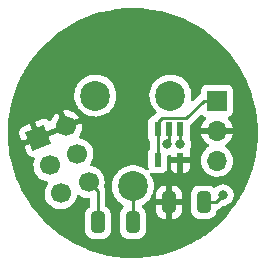
<source format=gbr>
%TF.GenerationSoftware,KiCad,Pcbnew,(6.0.8-1)-1*%
%TF.CreationDate,2024-01-05T14:00:27-06:00*%
%TF.ProjectId,Vishay 357 Pot Amplifier,56697368-6179-4203-9335-3720506f7420,rev?*%
%TF.SameCoordinates,Original*%
%TF.FileFunction,Copper,L1,Top*%
%TF.FilePolarity,Positive*%
%FSLAX46Y46*%
G04 Gerber Fmt 4.6, Leading zero omitted, Abs format (unit mm)*
G04 Created by KiCad (PCBNEW (6.0.8-1)-1) date 2024-01-05 14:00:27*
%MOMM*%
%LPD*%
G01*
G04 APERTURE LIST*
G04 Aperture macros list*
%AMRoundRect*
0 Rectangle with rounded corners*
0 $1 Rounding radius*
0 $2 $3 $4 $5 $6 $7 $8 $9 X,Y pos of 4 corners*
0 Add a 4 corners polygon primitive as box body*
4,1,4,$2,$3,$4,$5,$6,$7,$8,$9,$2,$3,0*
0 Add four circle primitives for the rounded corners*
1,1,$1+$1,$2,$3*
1,1,$1+$1,$4,$5*
1,1,$1+$1,$6,$7*
1,1,$1+$1,$8,$9*
0 Add four rect primitives between the rounded corners*
20,1,$1+$1,$2,$3,$4,$5,0*
20,1,$1+$1,$4,$5,$6,$7,0*
20,1,$1+$1,$6,$7,$8,$9,0*
20,1,$1+$1,$8,$9,$2,$3,0*%
%AMHorizOval*
0 Thick line with rounded ends*
0 $1 width*
0 $2 $3 position (X,Y) of the first rounded end (center of the circle)*
0 $4 $5 position (X,Y) of the second rounded end (center of the circle)*
0 Add line between two ends*
20,1,$1,$2,$3,$4,$5,0*
0 Add two circle primitives to create the rounded ends*
1,1,$1,$2,$3*
1,1,$1,$4,$5*%
%AMRotRect*
0 Rectangle, with rotation*
0 The origin of the aperture is its center*
0 $1 length*
0 $2 width*
0 $3 Rotation angle, in degrees counterclockwise*
0 Add horizontal line*
21,1,$1,$2,0,0,$3*%
G04 Aperture macros list end*
%TA.AperFunction,SMDPad,CuDef*%
%ADD10R,0.600000X1.200000*%
%TD*%
%TA.AperFunction,ComponentPad*%
%ADD11R,1.700000X1.700000*%
%TD*%
%TA.AperFunction,ComponentPad*%
%ADD12O,1.700000X1.700000*%
%TD*%
%TA.AperFunction,SMDPad,CuDef*%
%ADD13RoundRect,0.250000X-0.325000X-0.650000X0.325000X-0.650000X0.325000X0.650000X-0.325000X0.650000X0*%
%TD*%
%TA.AperFunction,SMDPad,CuDef*%
%ADD14RoundRect,0.250000X0.325000X0.650000X-0.325000X0.650000X-0.325000X-0.650000X0.325000X-0.650000X0*%
%TD*%
%TA.AperFunction,ComponentPad*%
%ADD15RotRect,1.700000X1.700000X22.000000*%
%TD*%
%TA.AperFunction,ComponentPad*%
%ADD16HorizOval,1.700000X0.000000X0.000000X0.000000X0.000000X0*%
%TD*%
%TA.AperFunction,ComponentPad*%
%ADD17C,2.533000*%
%TD*%
%TA.AperFunction,ViaPad*%
%ADD18C,0.800000*%
%TD*%
%TA.AperFunction,Conductor*%
%ADD19C,0.250000*%
%TD*%
G04 APERTURE END LIST*
D10*
%TO.P,U1,1,IN+*%
%TO.N,Net-(C1-Pad1)*%
X147000000Y-102814600D03*
%TO.P,U1,2,V-*%
%TO.N,GND*%
X146050000Y-102814600D03*
%TO.P,U1,3,IN-*%
%TO.N,Net-(J2-Pad1)*%
X145100000Y-102814600D03*
%TO.P,U1,4,OUT*%
X145100000Y-105414600D03*
%TO.P,U1,5,V+*%
%TO.N,VDD*%
X147000000Y-105414600D03*
%TD*%
D11*
%TO.P,J2,1,Pin_1*%
%TO.N,Net-(J2-Pad1)*%
X150088600Y-100406200D03*
D12*
%TO.P,J2,2,Pin_2*%
%TO.N,VDD*%
X150088600Y-102946200D03*
%TO.P,J2,3,Pin_3*%
%TO.N,GND*%
X150088600Y-105486200D03*
%TD*%
D13*
%TO.P,C2,1*%
%TO.N,VDD*%
X146025000Y-109000000D03*
%TO.P,C2,2*%
%TO.N,GND*%
X148975000Y-109000000D03*
%TD*%
D14*
%TO.P,C1,1*%
%TO.N,Net-(C1-Pad1)*%
X142975000Y-110700000D03*
%TO.P,C1,2*%
%TO.N,GND*%
X140025000Y-110700000D03*
%TD*%
D15*
%TO.P,J1,1,Pin_1*%
%TO.N,VDD*%
X134971959Y-103536485D03*
D16*
%TO.P,J1,2,Pin_2*%
X137327006Y-102584984D03*
%TO.P,J1,3,Pin_3*%
%TO.N,Net-(RV1-Pad3)*%
X135923460Y-105891532D03*
%TO.P,J1,4,Pin_4*%
%TO.N,Net-(J1-Pad4)*%
X138278507Y-104940031D03*
%TO.P,J1,5,Pin_5*%
%TO.N,GND*%
X136874960Y-108246579D03*
%TO.P,J1,6,Pin_6*%
X139230007Y-107295078D03*
%TD*%
D17*
%TO.P,RV1,1,1*%
%TO.N,Net-(J1-Pad4)*%
X146158600Y-99967400D03*
%TO.P,RV1,2,2*%
%TO.N,Net-(C1-Pad1)*%
X142976600Y-107649400D03*
%TO.P,RV1,3,3*%
%TO.N,Net-(RV1-Pad3)*%
X139794600Y-99967400D03*
%TD*%
D18*
%TO.N,Net-(C1-Pad1)*%
X147000000Y-104100000D03*
%TO.N,GND*%
X145824500Y-104100000D03*
X150600000Y-108400000D03*
%TD*%
D19*
%TO.N,Net-(C1-Pad1)*%
X147000000Y-102814600D02*
X147000000Y-104100000D01*
X142976600Y-110698400D02*
X142976600Y-107649400D01*
X142975000Y-110700000D02*
X142976600Y-110698400D01*
%TO.N,GND*%
X146050000Y-102814600D02*
X146050000Y-103874500D01*
X150000000Y-109000000D02*
X150600000Y-108400000D01*
X140000000Y-108065071D02*
X140000000Y-110675000D01*
X140000000Y-110675000D02*
X140025000Y-110700000D01*
X148975000Y-109000000D02*
X150000000Y-109000000D01*
X146050000Y-103874500D02*
X145824500Y-104100000D01*
X139230007Y-107295078D02*
X140000000Y-108065071D01*
%TO.N,Net-(J2-Pad1)*%
X145410400Y-101889600D02*
X147489600Y-101889600D01*
X147489600Y-101889600D02*
X147500000Y-101900000D01*
X145100000Y-102814600D02*
X145100000Y-105414600D01*
X147500000Y-101900000D02*
X148993800Y-100406200D01*
X145100000Y-102814600D02*
X145100000Y-102200000D01*
X150088600Y-100406200D02*
X148993800Y-100406200D01*
X145100000Y-102200000D02*
X145410400Y-101889600D01*
%TD*%
%TA.AperFunction,Conductor*%
%TO.N,VDD*%
G36*
X143434749Y-92567931D02*
G01*
X143442408Y-92568264D01*
X143761154Y-92591951D01*
X144079885Y-92615637D01*
X144087538Y-92616442D01*
X144720886Y-92702637D01*
X144728476Y-92703907D01*
X145186345Y-92794982D01*
X145355393Y-92828608D01*
X145362884Y-92830337D01*
X145671959Y-92911710D01*
X145981030Y-92993082D01*
X145988409Y-92995268D01*
X146595452Y-93195441D01*
X146602683Y-93198073D01*
X147196376Y-93434932D01*
X147203434Y-93438001D01*
X147781548Y-93710657D01*
X147788405Y-93714150D01*
X148348826Y-94021608D01*
X148355456Y-94025514D01*
X148896043Y-94366599D01*
X148902423Y-94370903D01*
X149421169Y-94744346D01*
X149427275Y-94749031D01*
X149922260Y-95153451D01*
X149928068Y-95158499D01*
X150397453Y-95592395D01*
X150402942Y-95597789D01*
X150844960Y-96059526D01*
X150850109Y-96065245D01*
X151263106Y-96553097D01*
X151267897Y-96559120D01*
X151650347Y-97071282D01*
X151654758Y-97077581D01*
X151853593Y-97380856D01*
X152005229Y-97612139D01*
X152009250Y-97618701D01*
X152326428Y-98173649D01*
X152330039Y-98180439D01*
X152612763Y-98753746D01*
X152615939Y-98760717D01*
X152843048Y-99302309D01*
X152863129Y-99350197D01*
X152865884Y-99357375D01*
X153061018Y-99916152D01*
X153076624Y-99960841D01*
X153078937Y-99968178D01*
X153228213Y-100497467D01*
X153252442Y-100583378D01*
X153254303Y-100590840D01*
X153373202Y-101138456D01*
X153389925Y-101215479D01*
X153391327Y-101223039D01*
X153488033Y-101851339D01*
X153488570Y-101854831D01*
X153489506Y-101862459D01*
X153509947Y-102084917D01*
X153547992Y-102498967D01*
X153548462Y-102506648D01*
X153553770Y-102680383D01*
X153566324Y-103091251D01*
X153567991Y-103145820D01*
X153568007Y-103152953D01*
X153564392Y-103290995D01*
X153553678Y-103700150D01*
X153553288Y-103707286D01*
X153500335Y-104344553D01*
X153499464Y-104352199D01*
X153407744Y-104984779D01*
X153406408Y-104992358D01*
X153276238Y-105618176D01*
X153274441Y-105625659D01*
X153106315Y-106242338D01*
X153104065Y-106249698D01*
X152898600Y-106854976D01*
X152895905Y-106862184D01*
X152653874Y-107453789D01*
X152650744Y-107460819D01*
X152580935Y-107605548D01*
X152373923Y-108034729D01*
X152373050Y-108036538D01*
X152369496Y-108043364D01*
X152057166Y-108601069D01*
X152053203Y-108607665D01*
X151798978Y-109002905D01*
X151707414Y-109145257D01*
X151703055Y-109151599D01*
X151325090Y-109667077D01*
X151320352Y-109673141D01*
X150911631Y-110164575D01*
X150906533Y-110170338D01*
X150587433Y-110509551D01*
X150468559Y-110635917D01*
X150463117Y-110641359D01*
X149997539Y-111079332D01*
X149991775Y-111084431D01*
X149500341Y-111493152D01*
X149494277Y-111497890D01*
X149245671Y-111680176D01*
X149049046Y-111824348D01*
X148978799Y-111875855D01*
X148972461Y-111880211D01*
X148633095Y-112098498D01*
X148434866Y-112226003D01*
X148428269Y-112229966D01*
X147870564Y-112542296D01*
X147863746Y-112545846D01*
X147791982Y-112580461D01*
X147288019Y-112823544D01*
X147280989Y-112826674D01*
X146689384Y-113068705D01*
X146682176Y-113071400D01*
X146076898Y-113276865D01*
X146069538Y-113279115D01*
X145452859Y-113447241D01*
X145445376Y-113449038D01*
X144819558Y-113579208D01*
X144811979Y-113580544D01*
X144179399Y-113672264D01*
X144171753Y-113673135D01*
X143534753Y-113726066D01*
X143527074Y-113726469D01*
X142888023Y-113740413D01*
X142880330Y-113740346D01*
X142516878Y-113726066D01*
X142241618Y-113715251D01*
X142233941Y-113714714D01*
X142188175Y-113710106D01*
X141597957Y-113650673D01*
X141590354Y-113649673D01*
X140959438Y-113546921D01*
X140951882Y-113545452D01*
X140881100Y-113529436D01*
X140328437Y-113404382D01*
X140321021Y-113402464D01*
X139707339Y-113223591D01*
X139700021Y-113221213D01*
X139098437Y-113005223D01*
X139091276Y-113002403D01*
X138503963Y-112750073D01*
X138497000Y-112746826D01*
X137926215Y-112459126D01*
X137919455Y-112455455D01*
X137367285Y-112133440D01*
X137360770Y-112129369D01*
X136829279Y-111774239D01*
X136823018Y-111769773D01*
X136782604Y-111739041D01*
X136314220Y-111382873D01*
X136308240Y-111378031D01*
X135824005Y-110960788D01*
X135818331Y-110955589D01*
X135360461Y-110509551D01*
X135355116Y-110504015D01*
X134925348Y-110030878D01*
X134920350Y-110025026D01*
X134520267Y-109526533D01*
X134515635Y-109520387D01*
X134371412Y-109316316D01*
X134146715Y-108998378D01*
X134142486Y-108991990D01*
X133806112Y-108448414D01*
X133802270Y-108441758D01*
X133530626Y-107936204D01*
X133499724Y-107878694D01*
X133496293Y-107871812D01*
X133494893Y-107868774D01*
X133396609Y-107655581D01*
X133228685Y-107291325D01*
X133225678Y-107284241D01*
X133115722Y-107001491D01*
X132994004Y-106688493D01*
X132991440Y-106681252D01*
X132984437Y-106659373D01*
X132796569Y-106072474D01*
X132794448Y-106065076D01*
X132637670Y-105447762D01*
X132637109Y-105445555D01*
X132635444Y-105438044D01*
X132602317Y-105263561D01*
X132516215Y-104810047D01*
X132515013Y-104802459D01*
X132512130Y-104779791D01*
X132457237Y-104348301D01*
X132449250Y-104285518D01*
X133811740Y-104285518D01*
X133813068Y-104293264D01*
X134047999Y-104874737D01*
X134050881Y-104880890D01*
X134075065Y-104925995D01*
X134084145Y-104938784D01*
X134171131Y-105033546D01*
X134184885Y-105044804D01*
X134294056Y-105110790D01*
X134310410Y-105117732D01*
X134433719Y-105150426D01*
X134451358Y-105152498D01*
X134569526Y-105149508D01*
X134638131Y-105167781D01*
X134685966Y-105220243D01*
X134697844Y-105290239D01*
X134687001Y-105328517D01*
X134644148Y-105420837D01*
X134584449Y-105636102D01*
X134560711Y-105858227D01*
X134561008Y-105863380D01*
X134561008Y-105863383D01*
X134572303Y-106059269D01*
X134573570Y-106081247D01*
X134574707Y-106086293D01*
X134574708Y-106086299D01*
X134592842Y-106166762D01*
X134622682Y-106299171D01*
X134706726Y-106506148D01*
X134716582Y-106522231D01*
X134818475Y-106688506D01*
X134823447Y-106696620D01*
X134969710Y-106865470D01*
X135141586Y-107008164D01*
X135334460Y-107120870D01*
X135339285Y-107122712D01*
X135339286Y-107122713D01*
X135371038Y-107134838D01*
X135543152Y-107200562D01*
X135548220Y-107201593D01*
X135548223Y-107201594D01*
X135709258Y-107234357D01*
X135772023Y-107267538D01*
X135806885Y-107329386D01*
X135802776Y-107400264D01*
X135788225Y-107428831D01*
X135689703Y-107573259D01*
X135672595Y-107610116D01*
X135600780Y-107764829D01*
X135595648Y-107775884D01*
X135535949Y-107991149D01*
X135512211Y-108213274D01*
X135512508Y-108218427D01*
X135512508Y-108218430D01*
X135523803Y-108414320D01*
X135525070Y-108436294D01*
X135526207Y-108441340D01*
X135526208Y-108441346D01*
X135527803Y-108448423D01*
X135574182Y-108654218D01*
X135658226Y-108861195D01*
X135660925Y-108865599D01*
X135746758Y-109005666D01*
X135774947Y-109051667D01*
X135921210Y-109220517D01*
X136093086Y-109363211D01*
X136285960Y-109475917D01*
X136290785Y-109477759D01*
X136290786Y-109477760D01*
X136360921Y-109504542D01*
X136494652Y-109555609D01*
X136499720Y-109556640D01*
X136499723Y-109556641D01*
X136593166Y-109575652D01*
X136713557Y-109600146D01*
X136718732Y-109600336D01*
X136718734Y-109600336D01*
X136931633Y-109608143D01*
X136931637Y-109608143D01*
X136936797Y-109608332D01*
X136941917Y-109607676D01*
X136941919Y-109607676D01*
X137153248Y-109580604D01*
X137153249Y-109580604D01*
X137158376Y-109579947D01*
X137172692Y-109575652D01*
X137367389Y-109517240D01*
X137367394Y-109517238D01*
X137372344Y-109515753D01*
X137572954Y-109417475D01*
X137754820Y-109287752D01*
X137773845Y-109268794D01*
X137886892Y-109156141D01*
X137913056Y-109130068D01*
X137944425Y-109086414D01*
X138040395Y-108952856D01*
X138043413Y-108948656D01*
X138049202Y-108936944D01*
X138140096Y-108753032D01*
X138140097Y-108753030D01*
X138142390Y-108748390D01*
X138207330Y-108534648D01*
X138215855Y-108469898D01*
X138244578Y-108404971D01*
X138303844Y-108365880D01*
X138374835Y-108365035D01*
X138421261Y-108389400D01*
X138448133Y-108411710D01*
X138641007Y-108524416D01*
X138645832Y-108526258D01*
X138645833Y-108526259D01*
X138667802Y-108534648D01*
X138849699Y-108604108D01*
X138854767Y-108605139D01*
X138854770Y-108605140D01*
X138962386Y-108627035D01*
X139068604Y-108648645D01*
X139073778Y-108648835D01*
X139073780Y-108648835D01*
X139245118Y-108655118D01*
X139312459Y-108677603D01*
X139356955Y-108732926D01*
X139366500Y-108781033D01*
X139366500Y-109294160D01*
X139346498Y-109362281D01*
X139306803Y-109401304D01*
X139225652Y-109451522D01*
X139100695Y-109576697D01*
X139096855Y-109582927D01*
X139096854Y-109582928D01*
X139022440Y-109703650D01*
X139007885Y-109727262D01*
X138952203Y-109895139D01*
X138941500Y-109999600D01*
X138941500Y-111400400D01*
X138941837Y-111403646D01*
X138941837Y-111403650D01*
X138951124Y-111493152D01*
X138952474Y-111506166D01*
X139008450Y-111673946D01*
X139101522Y-111824348D01*
X139226697Y-111949305D01*
X139232927Y-111953145D01*
X139232928Y-111953146D01*
X139370090Y-112037694D01*
X139377262Y-112042115D01*
X139457005Y-112068564D01*
X139538611Y-112095632D01*
X139538613Y-112095632D01*
X139545139Y-112097797D01*
X139551975Y-112098497D01*
X139551978Y-112098498D01*
X139595031Y-112102909D01*
X139649600Y-112108500D01*
X140400400Y-112108500D01*
X140403646Y-112108163D01*
X140403650Y-112108163D01*
X140499308Y-112098238D01*
X140499312Y-112098237D01*
X140506166Y-112097526D01*
X140512702Y-112095345D01*
X140512704Y-112095345D01*
X140644806Y-112051272D01*
X140673946Y-112041550D01*
X140824348Y-111948478D01*
X140949305Y-111823303D01*
X141042115Y-111672738D01*
X141097797Y-111504861D01*
X141098512Y-111497890D01*
X141108172Y-111403598D01*
X141108500Y-111400400D01*
X141108500Y-109999600D01*
X141106485Y-109980176D01*
X141098238Y-109900692D01*
X141098237Y-109900688D01*
X141097526Y-109893834D01*
X141065525Y-109797914D01*
X141043868Y-109733002D01*
X141041550Y-109726054D01*
X140948478Y-109575652D01*
X140823303Y-109450695D01*
X140777751Y-109422616D01*
X140693384Y-109370611D01*
X140645890Y-109317838D01*
X140633500Y-109263351D01*
X140633500Y-108143839D01*
X140634027Y-108132656D01*
X140635702Y-108125163D01*
X140633562Y-108057072D01*
X140633500Y-108053115D01*
X140633500Y-108025215D01*
X140632996Y-108021224D01*
X140632063Y-108009382D01*
X140631903Y-108004270D01*
X140630674Y-107965182D01*
X140625021Y-107945723D01*
X140621012Y-107926364D01*
X140620846Y-107925054D01*
X140618474Y-107906274D01*
X140615558Y-107898908D01*
X140615556Y-107898902D01*
X140602200Y-107865169D01*
X140598355Y-107853939D01*
X140588230Y-107819088D01*
X140588230Y-107819087D01*
X140586019Y-107811478D01*
X140575705Y-107794037D01*
X140567008Y-107776284D01*
X140562473Y-107764829D01*
X140562470Y-107764823D01*
X140559552Y-107757454D01*
X140554891Y-107751039D01*
X140552439Y-107746579D01*
X140537149Y-107677248D01*
X140542294Y-107649248D01*
X140555842Y-107604655D01*
X140556404Y-107602806D01*
X141197233Y-107602806D01*
X141197457Y-107607472D01*
X141197457Y-107607477D01*
X141199906Y-107658450D01*
X141209891Y-107866325D01*
X141223791Y-107936204D01*
X141247441Y-108055100D01*
X141261360Y-108125078D01*
X141262939Y-108129476D01*
X141262941Y-108129483D01*
X141348408Y-108367527D01*
X141350510Y-108373382D01*
X141475383Y-108605781D01*
X141478178Y-108609525D01*
X141478180Y-108609527D01*
X141513504Y-108656831D01*
X141633234Y-108817170D01*
X141636543Y-108820450D01*
X141636548Y-108820456D01*
X141809560Y-108991964D01*
X141820597Y-109002905D01*
X141824359Y-109005663D01*
X141824362Y-109005666D01*
X141934489Y-109086414D01*
X142033356Y-109158906D01*
X142037493Y-109161082D01*
X142037500Y-109161087D01*
X142170737Y-109231186D01*
X142221710Y-109280605D01*
X142237873Y-109349737D01*
X142214094Y-109416633D01*
X142186757Y-109442046D01*
X142187612Y-109443125D01*
X142181880Y-109447668D01*
X142175652Y-109451522D01*
X142050695Y-109576697D01*
X142046855Y-109582927D01*
X142046854Y-109582928D01*
X141972440Y-109703650D01*
X141957885Y-109727262D01*
X141902203Y-109895139D01*
X141891500Y-109999600D01*
X141891500Y-111400400D01*
X141891837Y-111403646D01*
X141891837Y-111403650D01*
X141901124Y-111493152D01*
X141902474Y-111506166D01*
X141958450Y-111673946D01*
X142051522Y-111824348D01*
X142176697Y-111949305D01*
X142182927Y-111953145D01*
X142182928Y-111953146D01*
X142320090Y-112037694D01*
X142327262Y-112042115D01*
X142407005Y-112068564D01*
X142488611Y-112095632D01*
X142488613Y-112095632D01*
X142495139Y-112097797D01*
X142501975Y-112098497D01*
X142501978Y-112098498D01*
X142545031Y-112102909D01*
X142599600Y-112108500D01*
X143350400Y-112108500D01*
X143353646Y-112108163D01*
X143353650Y-112108163D01*
X143449308Y-112098238D01*
X143449312Y-112098237D01*
X143456166Y-112097526D01*
X143462702Y-112095345D01*
X143462704Y-112095345D01*
X143594806Y-112051272D01*
X143623946Y-112041550D01*
X143774348Y-111948478D01*
X143899305Y-111823303D01*
X143992115Y-111672738D01*
X144047797Y-111504861D01*
X144048512Y-111497890D01*
X144058172Y-111403598D01*
X144058500Y-111400400D01*
X144058500Y-109999600D01*
X144056485Y-109980176D01*
X144048238Y-109900692D01*
X144048237Y-109900688D01*
X144047526Y-109893834D01*
X144015525Y-109797914D01*
X143993868Y-109733002D01*
X143991550Y-109726054D01*
X143973630Y-109697095D01*
X144942001Y-109697095D01*
X144942338Y-109703614D01*
X144952257Y-109799206D01*
X144955149Y-109812600D01*
X145006588Y-109966784D01*
X145012761Y-109979962D01*
X145098063Y-110117807D01*
X145107099Y-110129208D01*
X145221829Y-110243739D01*
X145233240Y-110252751D01*
X145371243Y-110337816D01*
X145384424Y-110343963D01*
X145538710Y-110395138D01*
X145552086Y-110398005D01*
X145646438Y-110407672D01*
X145652854Y-110408000D01*
X145752885Y-110408000D01*
X145768124Y-110403525D01*
X145769329Y-110402135D01*
X145771000Y-110394452D01*
X145771000Y-110389884D01*
X146279000Y-110389884D01*
X146283475Y-110405123D01*
X146284865Y-110406328D01*
X146292548Y-110407999D01*
X146397095Y-110407999D01*
X146403614Y-110407662D01*
X146499206Y-110397743D01*
X146512600Y-110394851D01*
X146666784Y-110343412D01*
X146679962Y-110337239D01*
X146817807Y-110251937D01*
X146829208Y-110242901D01*
X146943739Y-110128171D01*
X146952751Y-110116760D01*
X147037816Y-109978757D01*
X147043963Y-109965576D01*
X147095138Y-109811290D01*
X147098005Y-109797914D01*
X147107672Y-109703562D01*
X147107834Y-109700400D01*
X147891500Y-109700400D01*
X147891837Y-109703646D01*
X147891837Y-109703650D01*
X147901752Y-109799206D01*
X147902474Y-109806166D01*
X147904655Y-109812702D01*
X147904655Y-109812704D01*
X147948728Y-109944806D01*
X147958450Y-109973946D01*
X148051522Y-110124348D01*
X148176697Y-110249305D01*
X148182927Y-110253145D01*
X148182928Y-110253146D01*
X148320288Y-110337816D01*
X148327262Y-110342115D01*
X148407005Y-110368564D01*
X148488611Y-110395632D01*
X148488613Y-110395632D01*
X148495139Y-110397797D01*
X148501975Y-110398497D01*
X148501978Y-110398498D01*
X148545031Y-110402909D01*
X148599600Y-110408500D01*
X149350400Y-110408500D01*
X149353646Y-110408163D01*
X149353650Y-110408163D01*
X149449308Y-110398238D01*
X149449312Y-110398237D01*
X149456166Y-110397526D01*
X149462702Y-110395345D01*
X149462704Y-110395345D01*
X149594806Y-110351272D01*
X149623946Y-110341550D01*
X149774348Y-110248478D01*
X149899305Y-110123303D01*
X149977528Y-109996402D01*
X149988275Y-109978968D01*
X149988276Y-109978966D01*
X149992115Y-109972738D01*
X150047797Y-109804861D01*
X150055568Y-109729015D01*
X150082409Y-109663287D01*
X150140524Y-109622505D01*
X150149578Y-109619815D01*
X150150930Y-109619468D01*
X150158797Y-109618474D01*
X150166167Y-109615556D01*
X150166171Y-109615555D01*
X150199912Y-109602196D01*
X150211142Y-109598351D01*
X150245983Y-109588229D01*
X150245984Y-109588229D01*
X150253593Y-109586018D01*
X150260412Y-109581985D01*
X150260417Y-109581983D01*
X150271028Y-109575707D01*
X150288776Y-109567012D01*
X150307617Y-109559552D01*
X150343387Y-109533564D01*
X150353307Y-109527048D01*
X150384535Y-109508580D01*
X150384538Y-109508578D01*
X150391362Y-109504542D01*
X150405683Y-109490221D01*
X150420717Y-109477380D01*
X150430694Y-109470131D01*
X150437107Y-109465472D01*
X150465298Y-109431395D01*
X150473288Y-109422616D01*
X150550499Y-109345405D01*
X150612811Y-109311379D01*
X150639594Y-109308500D01*
X150695487Y-109308500D01*
X150701939Y-109307128D01*
X150701944Y-109307128D01*
X150793098Y-109287752D01*
X150882288Y-109268794D01*
X150888319Y-109266109D01*
X151050722Y-109193803D01*
X151050724Y-109193802D01*
X151056752Y-109191118D01*
X151211253Y-109078866D01*
X151289500Y-108991964D01*
X151334621Y-108941852D01*
X151334622Y-108941851D01*
X151339040Y-108936944D01*
X151410350Y-108813432D01*
X151431223Y-108777279D01*
X151431224Y-108777278D01*
X151434527Y-108771556D01*
X151493542Y-108589928D01*
X151498832Y-108539602D01*
X151512814Y-108406565D01*
X151513504Y-108400000D01*
X151497379Y-108246579D01*
X151494232Y-108216635D01*
X151494232Y-108216633D01*
X151493542Y-108210072D01*
X151434527Y-108028444D01*
X151430370Y-108021243D01*
X151350089Y-107882193D01*
X151339040Y-107863056D01*
X151242882Y-107756261D01*
X151215675Y-107726045D01*
X151215674Y-107726044D01*
X151211253Y-107721134D01*
X151056752Y-107608882D01*
X151050724Y-107606198D01*
X151050722Y-107606197D01*
X150888319Y-107533891D01*
X150888318Y-107533891D01*
X150882288Y-107531206D01*
X150788887Y-107511353D01*
X150701944Y-107492872D01*
X150701939Y-107492872D01*
X150695487Y-107491500D01*
X150504513Y-107491500D01*
X150498061Y-107492872D01*
X150498056Y-107492872D01*
X150411112Y-107511353D01*
X150317712Y-107531206D01*
X150311682Y-107533891D01*
X150311681Y-107533891D01*
X150149278Y-107606197D01*
X150149276Y-107606198D01*
X150143248Y-107608882D01*
X150137907Y-107612762D01*
X150137906Y-107612763D01*
X149994601Y-107716881D01*
X149988747Y-107721134D01*
X149984330Y-107726040D01*
X149984323Y-107726046D01*
X149961515Y-107751378D01*
X149901070Y-107788619D01*
X149830086Y-107787268D01*
X149784715Y-107759789D01*
X149784229Y-107760404D01*
X149779291Y-107756504D01*
X149778863Y-107756245D01*
X149778485Y-107755867D01*
X149778480Y-107755863D01*
X149773303Y-107750695D01*
X149733315Y-107726046D01*
X149628968Y-107661725D01*
X149628966Y-107661724D01*
X149622738Y-107657885D01*
X149486699Y-107612763D01*
X149461389Y-107604368D01*
X149461387Y-107604368D01*
X149454861Y-107602203D01*
X149448025Y-107601503D01*
X149448022Y-107601502D01*
X149404969Y-107597091D01*
X149350400Y-107591500D01*
X148599600Y-107591500D01*
X148596354Y-107591837D01*
X148596350Y-107591837D01*
X148500692Y-107601762D01*
X148500688Y-107601763D01*
X148493834Y-107602474D01*
X148487298Y-107604655D01*
X148487296Y-107604655D01*
X148470928Y-107610116D01*
X148326054Y-107658450D01*
X148175652Y-107751522D01*
X148050695Y-107876697D01*
X148046855Y-107882927D01*
X148046854Y-107882928D01*
X147972058Y-108004270D01*
X147957885Y-108027262D01*
X147902203Y-108195139D01*
X147901503Y-108201975D01*
X147901502Y-108201978D01*
X147899377Y-108222721D01*
X147891500Y-108299600D01*
X147891500Y-109700400D01*
X147107834Y-109700400D01*
X147108000Y-109697146D01*
X147108000Y-109272115D01*
X147103525Y-109256876D01*
X147102135Y-109255671D01*
X147094452Y-109254000D01*
X146297115Y-109254000D01*
X146281876Y-109258475D01*
X146280671Y-109259865D01*
X146279000Y-109267548D01*
X146279000Y-110389884D01*
X145771000Y-110389884D01*
X145771000Y-109272115D01*
X145766525Y-109256876D01*
X145765135Y-109255671D01*
X145757452Y-109254000D01*
X144960116Y-109254000D01*
X144944877Y-109258475D01*
X144943672Y-109259865D01*
X144942001Y-109267548D01*
X144942001Y-109697095D01*
X143973630Y-109697095D01*
X143898478Y-109575652D01*
X143773303Y-109450695D01*
X143767069Y-109446852D01*
X143764921Y-109445156D01*
X143723858Y-109387239D01*
X143720625Y-109316316D01*
X143756249Y-109254904D01*
X143790195Y-109232535D01*
X143790055Y-109232266D01*
X143792666Y-109230907D01*
X143793277Y-109230504D01*
X143794206Y-109230105D01*
X143794209Y-109230103D01*
X143798502Y-109228259D01*
X143910575Y-109158906D01*
X144018871Y-109091891D01*
X144018875Y-109091888D01*
X144022844Y-109089432D01*
X144224202Y-108918969D01*
X144247651Y-108892231D01*
X144391780Y-108727885D01*
X144942000Y-108727885D01*
X144946475Y-108743124D01*
X144947865Y-108744329D01*
X144955548Y-108746000D01*
X145752885Y-108746000D01*
X145768124Y-108741525D01*
X145769329Y-108740135D01*
X145771000Y-108732452D01*
X145771000Y-108727885D01*
X146279000Y-108727885D01*
X146283475Y-108743124D01*
X146284865Y-108744329D01*
X146292548Y-108746000D01*
X147089884Y-108746000D01*
X147105123Y-108741525D01*
X147106328Y-108740135D01*
X147107999Y-108732452D01*
X147107999Y-108302905D01*
X147107662Y-108296386D01*
X147097743Y-108200794D01*
X147094851Y-108187400D01*
X147043412Y-108033216D01*
X147037239Y-108020038D01*
X146951937Y-107882193D01*
X146942901Y-107870792D01*
X146828171Y-107756261D01*
X146816760Y-107747249D01*
X146678757Y-107662184D01*
X146665576Y-107656037D01*
X146511290Y-107604862D01*
X146497914Y-107601995D01*
X146403562Y-107592328D01*
X146397145Y-107592000D01*
X146297115Y-107592000D01*
X146281876Y-107596475D01*
X146280671Y-107597865D01*
X146279000Y-107605548D01*
X146279000Y-108727885D01*
X145771000Y-108727885D01*
X145771000Y-107610116D01*
X145766525Y-107594877D01*
X145765135Y-107593672D01*
X145757452Y-107592001D01*
X145652905Y-107592001D01*
X145646386Y-107592338D01*
X145550794Y-107602257D01*
X145537400Y-107605149D01*
X145383216Y-107656588D01*
X145370038Y-107662761D01*
X145232193Y-107748063D01*
X145220792Y-107757099D01*
X145106261Y-107871829D01*
X145097249Y-107883240D01*
X145012184Y-108021243D01*
X145006037Y-108034424D01*
X144954862Y-108188710D01*
X144951995Y-108202086D01*
X144942328Y-108296438D01*
X144942000Y-108302855D01*
X144942000Y-108727885D01*
X144391780Y-108727885D01*
X144395071Y-108724132D01*
X144395075Y-108724127D01*
X144398153Y-108720617D01*
X144425821Y-108677603D01*
X144486436Y-108583365D01*
X144540874Y-108498732D01*
X144649231Y-108258188D01*
X144720843Y-108004270D01*
X144738987Y-107861653D01*
X144753740Y-107745687D01*
X144753740Y-107745683D01*
X144754138Y-107742557D01*
X144754571Y-107726046D01*
X144756494Y-107652560D01*
X144756577Y-107649400D01*
X144753318Y-107605548D01*
X144737371Y-107390955D01*
X144737370Y-107390951D01*
X144737025Y-107386303D01*
X144678800Y-107128985D01*
X144675644Y-107120870D01*
X144584874Y-106887453D01*
X144584873Y-106887451D01*
X144583181Y-106883100D01*
X144570435Y-106860798D01*
X144460552Y-106668543D01*
X144444115Y-106599475D01*
X144467628Y-106532486D01*
X144523627Y-106488842D01*
X144594330Y-106482402D01*
X144614174Y-106488038D01*
X144682282Y-106513571D01*
X144682288Y-106513573D01*
X144689684Y-106516345D01*
X144751866Y-106523100D01*
X145448134Y-106523100D01*
X145510316Y-106516345D01*
X145646705Y-106465215D01*
X145763261Y-106377861D01*
X145850615Y-106261305D01*
X145901745Y-106124916D01*
X145908500Y-106062734D01*
X145908500Y-106059269D01*
X146192001Y-106059269D01*
X146192371Y-106066090D01*
X146197895Y-106116952D01*
X146201521Y-106132204D01*
X146246676Y-106252654D01*
X146255214Y-106268249D01*
X146331715Y-106370324D01*
X146344276Y-106382885D01*
X146446351Y-106459386D01*
X146461946Y-106467924D01*
X146582394Y-106513078D01*
X146597649Y-106516705D01*
X146648514Y-106522231D01*
X146655328Y-106522600D01*
X146727885Y-106522600D01*
X146743124Y-106518125D01*
X146744329Y-106516735D01*
X146746000Y-106509052D01*
X146746000Y-106504484D01*
X147254000Y-106504484D01*
X147258475Y-106519723D01*
X147259865Y-106520928D01*
X147267548Y-106522599D01*
X147344669Y-106522599D01*
X147351490Y-106522229D01*
X147402352Y-106516705D01*
X147417604Y-106513079D01*
X147538054Y-106467924D01*
X147553649Y-106459386D01*
X147655724Y-106382885D01*
X147668285Y-106370324D01*
X147744786Y-106268249D01*
X147753324Y-106252654D01*
X147798478Y-106132206D01*
X147802105Y-106116951D01*
X147807631Y-106066086D01*
X147808000Y-106059272D01*
X147808000Y-105686715D01*
X147803525Y-105671476D01*
X147802135Y-105670271D01*
X147794452Y-105668600D01*
X147272115Y-105668600D01*
X147256876Y-105673075D01*
X147255671Y-105674465D01*
X147254000Y-105682148D01*
X147254000Y-106504484D01*
X146746000Y-106504484D01*
X146746000Y-105686715D01*
X146741525Y-105671476D01*
X146740135Y-105670271D01*
X146732452Y-105668600D01*
X146210116Y-105668600D01*
X146194877Y-105673075D01*
X146193672Y-105674465D01*
X146192001Y-105682148D01*
X146192001Y-106059269D01*
X145908500Y-106059269D01*
X145908500Y-105452895D01*
X148725851Y-105452895D01*
X148726148Y-105458048D01*
X148726148Y-105458051D01*
X148731611Y-105552790D01*
X148738710Y-105675915D01*
X148739847Y-105680961D01*
X148739848Y-105680967D01*
X148756739Y-105755917D01*
X148787822Y-105893839D01*
X148834985Y-106009988D01*
X148868529Y-106092597D01*
X148871866Y-106100816D01*
X148891101Y-106132204D01*
X148974469Y-106268249D01*
X148988587Y-106291288D01*
X149134850Y-106460138D01*
X149306726Y-106602832D01*
X149499600Y-106715538D01*
X149708292Y-106795230D01*
X149713360Y-106796261D01*
X149713363Y-106796262D01*
X149820617Y-106818083D01*
X149927197Y-106839767D01*
X149932372Y-106839957D01*
X149932374Y-106839957D01*
X150145273Y-106847764D01*
X150145277Y-106847764D01*
X150150437Y-106847953D01*
X150155557Y-106847297D01*
X150155559Y-106847297D01*
X150366888Y-106820225D01*
X150366889Y-106820225D01*
X150372016Y-106819568D01*
X150395988Y-106812376D01*
X150581029Y-106756861D01*
X150581034Y-106756859D01*
X150585984Y-106755374D01*
X150786594Y-106657096D01*
X150968460Y-106527373D01*
X150977741Y-106518125D01*
X151083310Y-106412924D01*
X151126696Y-106369689D01*
X151186194Y-106286889D01*
X151254035Y-106192477D01*
X151257053Y-106188277D01*
X151263877Y-106174471D01*
X151353736Y-105992653D01*
X151353737Y-105992651D01*
X151356030Y-105988011D01*
X151390021Y-105876135D01*
X151419465Y-105779223D01*
X151419465Y-105779221D01*
X151420970Y-105774269D01*
X151450129Y-105552790D01*
X151451756Y-105486200D01*
X151433452Y-105263561D01*
X151379031Y-105046902D01*
X151289954Y-104842040D01*
X151222673Y-104738039D01*
X151171422Y-104658817D01*
X151171420Y-104658814D01*
X151168614Y-104654477D01*
X151018270Y-104489251D01*
X151014219Y-104486052D01*
X151014215Y-104486048D01*
X150847014Y-104354000D01*
X150847010Y-104353998D01*
X150842959Y-104350798D01*
X150801169Y-104327729D01*
X150751198Y-104277297D01*
X150736426Y-104207854D01*
X150761542Y-104141448D01*
X150788894Y-104114841D01*
X150963928Y-103989992D01*
X150971800Y-103983339D01*
X151122652Y-103833012D01*
X151129330Y-103825165D01*
X151253603Y-103652220D01*
X151258913Y-103643383D01*
X151353270Y-103452467D01*
X151357069Y-103442872D01*
X151418977Y-103239110D01*
X151421155Y-103229037D01*
X151422586Y-103218162D01*
X151420375Y-103203978D01*
X151407217Y-103200200D01*
X148771825Y-103200200D01*
X148758294Y-103204173D01*
X148756857Y-103214166D01*
X148787165Y-103348646D01*
X148790245Y-103358475D01*
X148870370Y-103555803D01*
X148875013Y-103564994D01*
X148986294Y-103746588D01*
X148992377Y-103754899D01*
X149131813Y-103915867D01*
X149139180Y-103923083D01*
X149303034Y-104059116D01*
X149311481Y-104065031D01*
X149380569Y-104105403D01*
X149429293Y-104157042D01*
X149442364Y-104226825D01*
X149415633Y-104292596D01*
X149375184Y-104325952D01*
X149362207Y-104332707D01*
X149358074Y-104335810D01*
X149358071Y-104335812D01*
X149202713Y-104452458D01*
X149183565Y-104466835D01*
X149029229Y-104628338D01*
X149026315Y-104632610D01*
X149026314Y-104632611D01*
X149011398Y-104654477D01*
X148903343Y-104812880D01*
X148887603Y-104846790D01*
X148811872Y-105009939D01*
X148809288Y-105015505D01*
X148749589Y-105230770D01*
X148725851Y-105452895D01*
X145908500Y-105452895D01*
X145908500Y-105112975D01*
X145928502Y-105044854D01*
X145982158Y-104998361D01*
X146008301Y-104989729D01*
X146039801Y-104983033D01*
X146110592Y-104988434D01*
X146167225Y-105031250D01*
X146191720Y-105097887D01*
X146192000Y-105106279D01*
X146192000Y-105142485D01*
X146196475Y-105157724D01*
X146197865Y-105158929D01*
X146205548Y-105160600D01*
X147789884Y-105160600D01*
X147805123Y-105156125D01*
X147806328Y-105154735D01*
X147807999Y-105147052D01*
X147807999Y-104769931D01*
X147807629Y-104763110D01*
X147802105Y-104712250D01*
X147798479Y-104696999D01*
X147782312Y-104653874D01*
X147777129Y-104583066D01*
X147791173Y-104546647D01*
X147834527Y-104471556D01*
X147893542Y-104289928D01*
X147901482Y-104214388D01*
X147912814Y-104106565D01*
X147913504Y-104100000D01*
X147897413Y-103946901D01*
X147894232Y-103916635D01*
X147894232Y-103916633D01*
X147893542Y-103910072D01*
X147834527Y-103728444D01*
X147822312Y-103707286D01*
X147808514Y-103683388D01*
X147798136Y-103665413D01*
X147781398Y-103596418D01*
X147789272Y-103558189D01*
X147801745Y-103524916D01*
X147802599Y-103517060D01*
X147808131Y-103466131D01*
X147808500Y-103462734D01*
X147808500Y-102525415D01*
X147828502Y-102457294D01*
X147870361Y-102416962D01*
X147884535Y-102408580D01*
X147884538Y-102408578D01*
X147891362Y-102404542D01*
X147897182Y-102398722D01*
X147915453Y-102383606D01*
X147915715Y-102383428D01*
X147915717Y-102383426D01*
X147922271Y-102378972D01*
X147932317Y-102367578D01*
X147959429Y-102336825D01*
X147964833Y-102331071D01*
X148687696Y-101608208D01*
X148750008Y-101574183D01*
X148820824Y-101579248D01*
X148865886Y-101608209D01*
X148869958Y-101612281D01*
X148875339Y-101619461D01*
X148991895Y-101706815D01*
X149000304Y-101709967D01*
X149000305Y-101709968D01*
X149109560Y-101750926D01*
X149166325Y-101793567D01*
X149191025Y-101860129D01*
X149175818Y-101929478D01*
X149156425Y-101955959D01*
X149033190Y-102084917D01*
X149026704Y-102092927D01*
X148906698Y-102268849D01*
X148901600Y-102277823D01*
X148811938Y-102470983D01*
X148808375Y-102480670D01*
X148752989Y-102680383D01*
X148754512Y-102688807D01*
X148766892Y-102692200D01*
X151406944Y-102692200D01*
X151420475Y-102688227D01*
X151421780Y-102679147D01*
X151379814Y-102512075D01*
X151376494Y-102502324D01*
X151291572Y-102307014D01*
X151286705Y-102297939D01*
X151171026Y-102119126D01*
X151164736Y-102110957D01*
X151020893Y-101952877D01*
X150989841Y-101889031D01*
X150998235Y-101818533D01*
X151043412Y-101763764D01*
X151069856Y-101750095D01*
X151176897Y-101709967D01*
X151185305Y-101706815D01*
X151301861Y-101619461D01*
X151389215Y-101502905D01*
X151440345Y-101366516D01*
X151447100Y-101304334D01*
X151447100Y-99508066D01*
X151440345Y-99445884D01*
X151389215Y-99309495D01*
X151301861Y-99192939D01*
X151185305Y-99105585D01*
X151048916Y-99054455D01*
X150986734Y-99047700D01*
X149190466Y-99047700D01*
X149128284Y-99054455D01*
X148991895Y-99105585D01*
X148875339Y-99192939D01*
X148787985Y-99309495D01*
X148736855Y-99445884D01*
X148730100Y-99508066D01*
X148730100Y-99750541D01*
X148710098Y-99818662D01*
X148678163Y-99852475D01*
X148650417Y-99872633D01*
X148640507Y-99879143D01*
X148621819Y-99890195D01*
X148602437Y-99901658D01*
X148588113Y-99915982D01*
X148573081Y-99928821D01*
X148556693Y-99940728D01*
X148540054Y-99960841D01*
X148528512Y-99974793D01*
X148520522Y-99983573D01*
X148122776Y-100381319D01*
X148060464Y-100415345D01*
X147989649Y-100410280D01*
X147932813Y-100367733D01*
X147908002Y-100301213D01*
X147908688Y-100276322D01*
X147919809Y-100188913D01*
X147936138Y-100060557D01*
X147938577Y-99967400D01*
X147919025Y-99704303D01*
X147860800Y-99446985D01*
X147841864Y-99398291D01*
X147766874Y-99205453D01*
X147766873Y-99205451D01*
X147765181Y-99201100D01*
X147743760Y-99163621D01*
X147636587Y-98976106D01*
X147636585Y-98976104D01*
X147634268Y-98972049D01*
X147470937Y-98764865D01*
X147278776Y-98584098D01*
X147062007Y-98433720D01*
X147057816Y-98431653D01*
X146829579Y-98319099D01*
X146829576Y-98319098D01*
X146825391Y-98317034D01*
X146574127Y-98236604D01*
X146569520Y-98235854D01*
X146569517Y-98235853D01*
X146318346Y-98194947D01*
X146318347Y-98194947D01*
X146313735Y-98194196D01*
X146185747Y-98192521D01*
X146054612Y-98190804D01*
X146054609Y-98190804D01*
X146049935Y-98190743D01*
X145788522Y-98226320D01*
X145784036Y-98227628D01*
X145784034Y-98227628D01*
X145753239Y-98236604D01*
X145535239Y-98300145D01*
X145295650Y-98410597D01*
X145291741Y-98413160D01*
X145078932Y-98552683D01*
X145078927Y-98552687D01*
X145075019Y-98555249D01*
X144878192Y-98730924D01*
X144709493Y-98933762D01*
X144572629Y-99159307D01*
X144470606Y-99402605D01*
X144405665Y-99658310D01*
X144379233Y-99920806D01*
X144379457Y-99925472D01*
X144379457Y-99925477D01*
X144381623Y-99970560D01*
X144391891Y-100184325D01*
X144392804Y-100188913D01*
X144437844Y-100415345D01*
X144443360Y-100443078D01*
X144444939Y-100447476D01*
X144444941Y-100447483D01*
X144495063Y-100587084D01*
X144532510Y-100691382D01*
X144657383Y-100923781D01*
X144660178Y-100927525D01*
X144660180Y-100927527D01*
X144732658Y-101024587D01*
X144815234Y-101135170D01*
X144818543Y-101138450D01*
X144818548Y-101138456D01*
X144951633Y-101270384D01*
X144985929Y-101332547D01*
X144981174Y-101403384D01*
X144960012Y-101440182D01*
X144945112Y-101458193D01*
X144937122Y-101466974D01*
X144711475Y-101692620D01*
X144666610Y-101721506D01*
X144553295Y-101763985D01*
X144546116Y-101769365D01*
X144546113Y-101769367D01*
X144485777Y-101814587D01*
X144436739Y-101851339D01*
X144349385Y-101967895D01*
X144298255Y-102104284D01*
X144291500Y-102166466D01*
X144291500Y-103462734D01*
X144298255Y-103524916D01*
X144349385Y-103661305D01*
X144383846Y-103707286D01*
X144436739Y-103777861D01*
X144435135Y-103779063D01*
X144463621Y-103831230D01*
X144466500Y-103858013D01*
X144466500Y-104371187D01*
X144446498Y-104439308D01*
X144436898Y-104451220D01*
X144436739Y-104451339D01*
X144435905Y-104452452D01*
X144435900Y-104452458D01*
X144417302Y-104477274D01*
X144349385Y-104567895D01*
X144298255Y-104704284D01*
X144291500Y-104766466D01*
X144291500Y-106062734D01*
X144298255Y-106124916D01*
X144301029Y-106132315D01*
X144302856Y-106140000D01*
X144300643Y-106140526D01*
X144304992Y-106199847D01*
X144271077Y-106262219D01*
X144208825Y-106296355D01*
X144138001Y-106291415D01*
X144102529Y-106271202D01*
X144100177Y-106269298D01*
X144096776Y-106266098D01*
X143915765Y-106140526D01*
X143883843Y-106118381D01*
X143883842Y-106118380D01*
X143880007Y-106115720D01*
X143875816Y-106113653D01*
X143647579Y-106001099D01*
X143647576Y-106001098D01*
X143643391Y-105999034D01*
X143392127Y-105918604D01*
X143387520Y-105917854D01*
X143387517Y-105917853D01*
X143136346Y-105876947D01*
X143136347Y-105876947D01*
X143131735Y-105876196D01*
X143003747Y-105874521D01*
X142872612Y-105872804D01*
X142872609Y-105872804D01*
X142867935Y-105872743D01*
X142606522Y-105908320D01*
X142602036Y-105909628D01*
X142602034Y-105909628D01*
X142534364Y-105929352D01*
X142353239Y-105982145D01*
X142348986Y-105984105D01*
X142348985Y-105984106D01*
X142330445Y-105992653D01*
X142113650Y-106092597D01*
X142076338Y-106117060D01*
X141896932Y-106234683D01*
X141896927Y-106234687D01*
X141893019Y-106237249D01*
X141828102Y-106295190D01*
X141712930Y-106397985D01*
X141696192Y-106412924D01*
X141527493Y-106615762D01*
X141465829Y-106717381D01*
X141397870Y-106829375D01*
X141390629Y-106841307D01*
X141288606Y-107084605D01*
X141223665Y-107340310D01*
X141197233Y-107602806D01*
X140556404Y-107602806D01*
X140562377Y-107583147D01*
X140591536Y-107361668D01*
X140593163Y-107295078D01*
X140574859Y-107072439D01*
X140520438Y-106855780D01*
X140431361Y-106650918D01*
X140348433Y-106522731D01*
X140312829Y-106467695D01*
X140312827Y-106467692D01*
X140310021Y-106463355D01*
X140159677Y-106298129D01*
X140155626Y-106294930D01*
X140155622Y-106294926D01*
X139988421Y-106162878D01*
X139988417Y-106162876D01*
X139984366Y-106159676D01*
X139788796Y-106051716D01*
X139783927Y-106049992D01*
X139783923Y-106049990D01*
X139583094Y-105978873D01*
X139583090Y-105978872D01*
X139578219Y-105977147D01*
X139573126Y-105976240D01*
X139573123Y-105976239D01*
X139492387Y-105961858D01*
X139445408Y-105953490D01*
X139381851Y-105921852D01*
X139345487Y-105860875D01*
X139347864Y-105789918D01*
X139365181Y-105755917D01*
X139443942Y-105646308D01*
X139446960Y-105642108D01*
X139449929Y-105636102D01*
X139543643Y-105446484D01*
X139543644Y-105446482D01*
X139545937Y-105441842D01*
X139610877Y-105228100D01*
X139640036Y-105006621D01*
X139640238Y-104998361D01*
X139641581Y-104943396D01*
X139641581Y-104943392D01*
X139641663Y-104940031D01*
X139623359Y-104717392D01*
X139568938Y-104500733D01*
X139479861Y-104295871D01*
X139392414Y-104160699D01*
X139361329Y-104112648D01*
X139361327Y-104112645D01*
X139358521Y-104108308D01*
X139208177Y-103943082D01*
X139204126Y-103939883D01*
X139204122Y-103939879D01*
X139036921Y-103807831D01*
X139036917Y-103807829D01*
X139032866Y-103804629D01*
X139024782Y-103800166D01*
X138927724Y-103746588D01*
X138837296Y-103696669D01*
X138832427Y-103694945D01*
X138832423Y-103694943D01*
X138631594Y-103623826D01*
X138631590Y-103623825D01*
X138626719Y-103622100D01*
X138621626Y-103621193D01*
X138621623Y-103621192D01*
X138493359Y-103598345D01*
X138429801Y-103566707D01*
X138393438Y-103505730D01*
X138395815Y-103434773D01*
X138413132Y-103400772D01*
X138492015Y-103290995D01*
X138497319Y-103282167D01*
X138591676Y-103091251D01*
X138595475Y-103081656D01*
X138657382Y-102877899D01*
X138659561Y-102867818D01*
X138687596Y-102654871D01*
X138688115Y-102648196D01*
X138689578Y-102588348D01*
X138689384Y-102581630D01*
X138671786Y-102367578D01*
X138670104Y-102357416D01*
X138665139Y-102337646D01*
X138657935Y-102325400D01*
X138644074Y-102326802D01*
X137657661Y-102725339D01*
X136363312Y-103248290D01*
X135302614Y-103676840D01*
X133824790Y-104273919D01*
X133812337Y-104283776D01*
X133811740Y-104285518D01*
X132449250Y-104285518D01*
X132434346Y-104168359D01*
X132433609Y-104160699D01*
X132403358Y-103699168D01*
X132391804Y-103522879D01*
X132391535Y-103515195D01*
X132391266Y-103453404D01*
X132389985Y-103159980D01*
X132389356Y-103015884D01*
X133355946Y-103015884D01*
X133359200Y-103144492D01*
X133361549Y-103159980D01*
X133375484Y-103209223D01*
X133377694Y-103215677D01*
X133610907Y-103792900D01*
X133620764Y-103805353D01*
X133622506Y-103805950D01*
X133630252Y-103804622D01*
X134624508Y-103402916D01*
X134636961Y-103393059D01*
X134637558Y-103391317D01*
X134636230Y-103383571D01*
X134234525Y-102389316D01*
X134224668Y-102376863D01*
X134222926Y-102376266D01*
X134215180Y-102377594D01*
X133633707Y-102612525D01*
X133627554Y-102615407D01*
X133582449Y-102639591D01*
X133569660Y-102648671D01*
X133474898Y-102735657D01*
X133463640Y-102749411D01*
X133397654Y-102858582D01*
X133390712Y-102874936D01*
X133358018Y-102998245D01*
X133355946Y-103015884D01*
X132389356Y-103015884D01*
X132388746Y-102875988D01*
X132388948Y-102868295D01*
X132422987Y-102268849D01*
X132425185Y-102230145D01*
X132425855Y-102222479D01*
X132430050Y-102187032D01*
X134702494Y-102187032D01*
X134703822Y-102194778D01*
X135105528Y-103189034D01*
X135115385Y-103201487D01*
X135117127Y-103202084D01*
X135124873Y-103200756D01*
X135935653Y-102873179D01*
X136979555Y-102451415D01*
X136992008Y-102441558D01*
X136992605Y-102439816D01*
X136991277Y-102432070D01*
X136597161Y-101456599D01*
X136588409Y-101445542D01*
X136579966Y-101447619D01*
X136426439Y-101562889D01*
X136418732Y-101569732D01*
X136271596Y-101723701D01*
X136265110Y-101731711D01*
X136145104Y-101907633D01*
X136140006Y-101916607D01*
X136058284Y-102092662D01*
X136011460Y-102146029D01*
X135943217Y-102165610D01*
X135875221Y-102145186D01*
X135851174Y-102124818D01*
X135772788Y-102039424D01*
X135759033Y-102028166D01*
X135649862Y-101962180D01*
X135633508Y-101955238D01*
X135510199Y-101922544D01*
X135492560Y-101920472D01*
X135363952Y-101923726D01*
X135348464Y-101926075D01*
X135299221Y-101940010D01*
X135292767Y-101942220D01*
X134715544Y-102175433D01*
X134703091Y-102185290D01*
X134702494Y-102187032D01*
X132430050Y-102187032D01*
X132500987Y-101587691D01*
X132502125Y-101580080D01*
X132560936Y-101254852D01*
X137067374Y-101254852D01*
X137067461Y-101264542D01*
X137460575Y-102237533D01*
X137470432Y-102249986D01*
X137472174Y-102250583D01*
X137479920Y-102249255D01*
X138452026Y-101856498D01*
X138462268Y-101848391D01*
X138458152Y-101833219D01*
X138409433Y-101757910D01*
X138403142Y-101749741D01*
X138259812Y-101592224D01*
X138252279Y-101585199D01*
X138085145Y-101453206D01*
X138076558Y-101447501D01*
X137890123Y-101344583D01*
X137880711Y-101340353D01*
X137679965Y-101269264D01*
X137669995Y-101266630D01*
X137460333Y-101229285D01*
X137450079Y-101228315D01*
X137237122Y-101225712D01*
X137226838Y-101226432D01*
X137080147Y-101248879D01*
X137067374Y-101254852D01*
X132560936Y-101254852D01*
X132615865Y-100951090D01*
X132617465Y-100943563D01*
X132769391Y-100322694D01*
X132771447Y-100315278D01*
X132893934Y-99920806D01*
X138015233Y-99920806D01*
X138015457Y-99925472D01*
X138015457Y-99925477D01*
X138017623Y-99970560D01*
X138027891Y-100184325D01*
X138028804Y-100188913D01*
X138073844Y-100415345D01*
X138079360Y-100443078D01*
X138080939Y-100447476D01*
X138080941Y-100447483D01*
X138131063Y-100587084D01*
X138168510Y-100691382D01*
X138293383Y-100923781D01*
X138296178Y-100927525D01*
X138296180Y-100927527D01*
X138368658Y-101024587D01*
X138451234Y-101135170D01*
X138454543Y-101138450D01*
X138454548Y-101138456D01*
X138635280Y-101317617D01*
X138638597Y-101320905D01*
X138642359Y-101323663D01*
X138642362Y-101323666D01*
X138819033Y-101453206D01*
X138851356Y-101476906D01*
X138855491Y-101479082D01*
X138855495Y-101479084D01*
X138906219Y-101505771D01*
X139084836Y-101599746D01*
X139333908Y-101686726D01*
X139338501Y-101687598D01*
X139588512Y-101735064D01*
X139588515Y-101735064D01*
X139593101Y-101735935D01*
X139724910Y-101741114D01*
X139852052Y-101746110D01*
X139852058Y-101746110D01*
X139856720Y-101746293D01*
X139959250Y-101735064D01*
X140114322Y-101718081D01*
X140114327Y-101718080D01*
X140118975Y-101717571D01*
X140159829Y-101706815D01*
X140369581Y-101651592D01*
X140369583Y-101651591D01*
X140374104Y-101650401D01*
X140378401Y-101648555D01*
X140612208Y-101548104D01*
X140612210Y-101548103D01*
X140616502Y-101546259D01*
X140728575Y-101476906D01*
X140836871Y-101409891D01*
X140836875Y-101409888D01*
X140840844Y-101407432D01*
X141021078Y-101254852D01*
X141038636Y-101239988D01*
X141038637Y-101239987D01*
X141042202Y-101236969D01*
X141065651Y-101210231D01*
X141213071Y-101042132D01*
X141213075Y-101042127D01*
X141216153Y-101038617D01*
X141358874Y-100816732D01*
X141467231Y-100576188D01*
X141538843Y-100322270D01*
X141572138Y-100060557D01*
X141574577Y-99967400D01*
X141555025Y-99704303D01*
X141496800Y-99446985D01*
X141477864Y-99398291D01*
X141402874Y-99205453D01*
X141402873Y-99205451D01*
X141401181Y-99201100D01*
X141379760Y-99163621D01*
X141272587Y-98976106D01*
X141272585Y-98976104D01*
X141270268Y-98972049D01*
X141106937Y-98764865D01*
X140914776Y-98584098D01*
X140698007Y-98433720D01*
X140693816Y-98431653D01*
X140465579Y-98319099D01*
X140465576Y-98319098D01*
X140461391Y-98317034D01*
X140210127Y-98236604D01*
X140205520Y-98235854D01*
X140205517Y-98235853D01*
X139954346Y-98194947D01*
X139954347Y-98194947D01*
X139949735Y-98194196D01*
X139821747Y-98192521D01*
X139690612Y-98190804D01*
X139690609Y-98190804D01*
X139685935Y-98190743D01*
X139424522Y-98226320D01*
X139420036Y-98227628D01*
X139420034Y-98227628D01*
X139389239Y-98236604D01*
X139171239Y-98300145D01*
X138931650Y-98410597D01*
X138927741Y-98413160D01*
X138714932Y-98552683D01*
X138714927Y-98552687D01*
X138711019Y-98555249D01*
X138514192Y-98730924D01*
X138345493Y-98933762D01*
X138208629Y-99159307D01*
X138106606Y-99402605D01*
X138041665Y-99658310D01*
X138015233Y-99920806D01*
X132893934Y-99920806D01*
X132961000Y-99704817D01*
X132963506Y-99697540D01*
X133189966Y-99099809D01*
X133192911Y-99092699D01*
X133433610Y-98558366D01*
X133455450Y-98509883D01*
X133458811Y-98502995D01*
X133756437Y-97937301D01*
X133760221Y-97930612D01*
X134091822Y-97384150D01*
X134096013Y-97377696D01*
X134306441Y-97074365D01*
X134460360Y-96852491D01*
X134464932Y-96846312D01*
X134860661Y-96344333D01*
X134865608Y-96338438D01*
X135291233Y-95861566D01*
X135296530Y-95855984D01*
X135750481Y-95405976D01*
X135756110Y-95400727D01*
X135934930Y-95243907D01*
X136236683Y-94979277D01*
X136242621Y-94974382D01*
X136748034Y-94583050D01*
X136754260Y-94578527D01*
X137282604Y-94218790D01*
X137289094Y-94214655D01*
X137838431Y-93887833D01*
X137845162Y-93884102D01*
X138413421Y-93591430D01*
X138420367Y-93588117D01*
X139005427Y-93330684D01*
X139012562Y-93327801D01*
X139119432Y-93288374D01*
X139612262Y-93106560D01*
X139619545Y-93104123D01*
X140231629Y-92919907D01*
X140239064Y-92917915D01*
X140339864Y-92894180D01*
X140861263Y-92771406D01*
X140868781Y-92769876D01*
X141260094Y-92702637D01*
X141498755Y-92661628D01*
X141506376Y-92660557D01*
X141723455Y-92636783D01*
X142141785Y-92590968D01*
X142149427Y-92590366D01*
X142787928Y-92559697D01*
X142795592Y-92559563D01*
X143434749Y-92567931D01*
G37*
%TD.AperFunction*%
%TD*%
M02*

</source>
